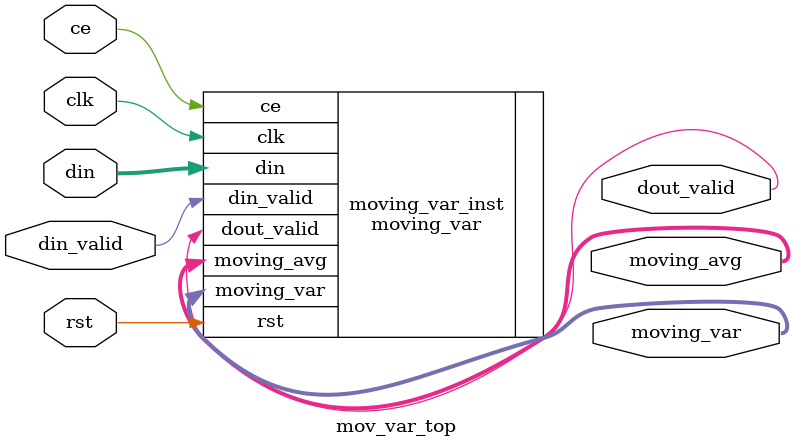
<source format=v>

module mov_var_top (
    input wire clk,
	input wire ce,
    input wire rst,
    input wire [24:0] din,
    input wire din_valid,

    output wire signed [24:0] moving_avg,
    output wire signed [50:0] moving_var,
    output wire dout_valid
);


moving_var #(
    .DIN_WIDTH(25),
    .DIN_POINT(24),
    .WINDOW_LEN(128),
    .APROX("nearest")
) moving_var_inst (
    .clk(clk),
	.ce(ce),
    .rst(rst),
    .din(din),
    .din_valid(din_valid),
    .moving_avg(moving_avg),
    .moving_var(moving_var),
    .dout_valid(dout_valid)
);


endmodule 

</source>
